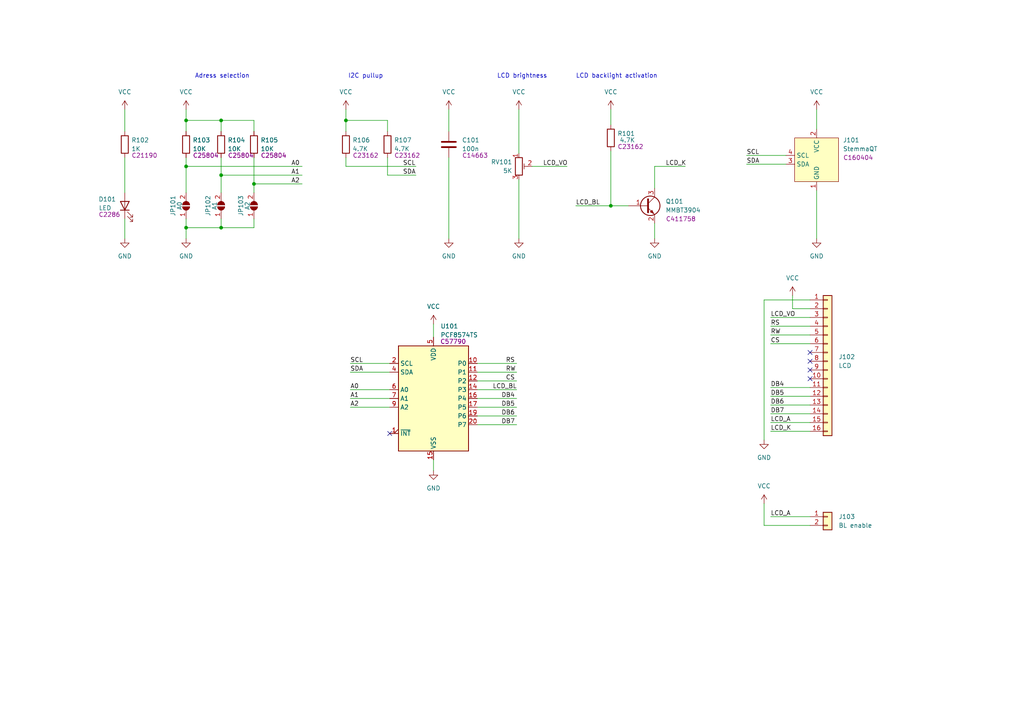
<source format=kicad_sch>
(kicad_sch (version 20211123) (generator eeschema)
  (paper "A4")
  (title_block (title "LCD Backplate with Stemma QT connector") (date "2022-12-23") (rev "1.0.0") (company "Resterampe Berlin") (comment 3 "https://creativecommons.org/licenses/by-nc/4.0") (comment 4 "License CC BY-NC 4.0"))
  (lib_symbols
    (symbol "Connector_Generic:Conn_01x02" (pin_names (offset 1.016) hide)
      (property "Reference" "J" (at 0 2.54 0))
      (property "Value" "Conn_01x02" (at 0 -5.08 0))
      (symbol "Conn_01x02_1_1"
        (rectangle (start -1.27 -2.413) (end 0 -2.667) (stroke (width 0.1524)))
        (rectangle (start -1.27 0.127) (end 0 -0.127) (stroke (width 0.1524)))
        (rectangle (start -1.27 1.27) (end 1.27 -3.81) (stroke (width 0.254)) (fill (type background)))
        (pin passive line (at -5.08 0 0) (length 3.81) (name "Pin_1") (number "1"))
        (pin passive line (at -5.08 -2.54 0) (length 3.81) (name "Pin_2") (number "2"))
      )
    )
    (symbol "Connector_Generic:Conn_01x16" (pin_names (offset 1.016) hide)
      (property "Reference" "J" (at 0 20.32 0))
      (property "Value" "Conn_01x16" (at 0 -22.86 0))
      (symbol "Conn_01x16_1_1"
        (rectangle (start -1.27 -20.193) (end 0 -20.447) (stroke (width 0.1524)))
        (rectangle (start -1.27 -17.653) (end 0 -17.907) (stroke (width 0.1524)))
        (rectangle (start -1.27 -15.113) (end 0 -15.367) (stroke (width 0.1524)))
        (rectangle (start -1.27 -12.573) (end 0 -12.827) (stroke (width 0.1524)))
        (rectangle (start -1.27 -10.033) (end 0 -10.287) (stroke (width 0.1524)))
        (rectangle (start -1.27 -7.493) (end 0 -7.747) (stroke (width 0.1524)))
        (rectangle (start -1.27 -4.953) (end 0 -5.207) (stroke (width 0.1524)))
        (rectangle (start -1.27 -2.413) (end 0 -2.667) (stroke (width 0.1524)))
        (rectangle (start -1.27 0.127) (end 0 -0.127) (stroke (width 0.1524)))
        (rectangle (start -1.27 2.667) (end 0 2.413) (stroke (width 0.1524)))
        (rectangle (start -1.27 5.207) (end 0 4.953) (stroke (width 0.1524)))
        (rectangle (start -1.27 7.747) (end 0 7.493) (stroke (width 0.1524)))
        (rectangle (start -1.27 10.287) (end 0 10.033) (stroke (width 0.1524)))
        (rectangle (start -1.27 12.827) (end 0 12.573) (stroke (width 0.1524)))
        (rectangle (start -1.27 15.367) (end 0 15.113) (stroke (width 0.1524)))
        (rectangle (start -1.27 17.907) (end 0 17.653) (stroke (width 0.1524)))
        (rectangle (start -1.27 19.05) (end 1.27 -21.59) (stroke (width 0.254)) (fill (type background)))
        (pin passive line (at -5.08 17.78 0) (length 3.81) (name "Pin_1") (number "1"))
        (pin passive line (at -5.08 -5.08 0) (length 3.81) (name "Pin_10") (number "10"))
        (pin passive line (at -5.08 -7.62 0) (length 3.81) (name "Pin_11") (number "11"))
        (pin passive line (at -5.08 -10.16 0) (length 3.81) (name "Pin_12") (number "12"))
        (pin passive line (at -5.08 -12.7 0) (length 3.81) (name "Pin_13") (number "13"))
        (pin passive line (at -5.08 -15.24 0) (length 3.81) (name "Pin_14") (number "14"))
        (pin passive line (at -5.08 -17.78 0) (length 3.81) (name "Pin_15") (number "15"))
        (pin passive line (at -5.08 -20.32 0) (length 3.81) (name "Pin_16") (number "16"))
        (pin passive line (at -5.08 15.24 0) (length 3.81) (name "Pin_2") (number "2"))
        (pin passive line (at -5.08 12.7 0) (length 3.81) (name "Pin_3") (number "3"))
        (pin passive line (at -5.08 10.16 0) (length 3.81) (name "Pin_4") (number "4"))
        (pin passive line (at -5.08 7.62 0) (length 3.81) (name "Pin_5") (number "5"))
        (pin passive line (at -5.08 5.08 0) (length 3.81) (name "Pin_6") (number "6"))
        (pin passive line (at -5.08 2.54 0) (length 3.81) (name "Pin_7") (number "7"))
        (pin passive line (at -5.08 0 0) (length 3.81) (name "Pin_8") (number "8"))
        (pin passive line (at -5.08 -2.54 0) (length 3.81) (name "Pin_9") (number "9"))
      )
    )
    (symbol "Device:C" (pin_numbers hide) (pin_names (offset 0.254))
      (property "Reference" "C" (at 0.635 2.54 0))
      (property "Value" "C" (at 0.635 -2.54 0))
      (symbol "C_0_1"
        (polyline (pts (xy -2.032 -0.762) (xy 2.032 -0.762)) (stroke (width 0.508)))
        (polyline (pts (xy -2.032 0.762) (xy 2.032 0.762)) (stroke (width 0.508)))
      )
      (symbol "C_1_1"
        (pin passive line (at 0 3.81 270) (length 2.794) (name "~") (number "1"))
        (pin passive line (at 0 -3.81 90) (length 2.794) (name "~") (number "2"))
      )
    )
    (symbol "Device:LED" (pin_numbers hide) (pin_names (offset 1.016) hide)
      (property "Reference" "D" (at 0 2.54 0))
      (property "Value" "LED" (at 0 -2.54 0))
      (symbol "LED_0_1"
        (polyline (pts (xy -1.27 -1.27) (xy -1.27 1.27)) (stroke (width 0.254)))
        (polyline (pts (xy -1.27 0) (xy 1.27 0)))
        (polyline (pts (xy 1.27 -1.27) (xy 1.27 1.27) (xy -1.27 0) (xy 1.27 -1.27)) (stroke (width 0.254)))
        (polyline (pts (xy -3.048 -0.762) (xy -4.572 -2.286) (xy -3.81 -2.286) (xy -4.572 -2.286) (xy -4.572 -1.524)))
        (polyline (pts (xy -1.778 -0.762) (xy -3.302 -2.286) (xy -2.54 -2.286) (xy -3.302 -2.286) (xy -3.302 -1.524)))
      )
      (symbol "LED_1_1"
        (pin passive line (at -3.81 0 0) (length 2.54) (name "K") (number "1"))
        (pin passive line (at 3.81 0 180) (length 2.54) (name "A") (number "2"))
      )
    )
    (symbol "Device:R" (pin_numbers hide) (pin_names (offset 0))
      (property "Reference" "R" (at 2.032 0 90))
      (property "Value" "R" (at 0 0 90))
      (symbol "R_0_1"
        (rectangle (start -1.016 -2.54) (end 1.016 2.54) (stroke (width 0.254)))
      )
      (symbol "R_1_1"
        (pin passive line (at 0 3.81 270) (length 1.27) (name "~") (number "1"))
        (pin passive line (at 0 -3.81 90) (length 1.27) (name "~") (number "2"))
      )
    )
    (symbol "Device:R_Potentiometer_Trim" (pin_names (offset 1.016) hide)
      (property "Reference" "RV" (at -4.445 0 90))
      (property "Value" "R_Potentiometer_Trim" (at -2.54 0 90))
      (symbol "R_Potentiometer_Trim_0_1"
        (polyline (pts (xy 1.524 0.762) (xy 1.524 -0.762)))
        (polyline (pts (xy 2.54 0) (xy 1.524 0)))
        (rectangle (start 1.016 2.54) (end -1.016 -2.54) (stroke (width 0.254)))
      )
      (symbol "R_Potentiometer_Trim_1_1"
        (pin passive line (at 0 3.81 270) (length 1.27) (name "1") (number "1"))
        (pin passive line (at 3.81 0 180) (length 1.27) (name "2") (number "2"))
        (pin passive line (at 0 -3.81 90) (length 1.27) (name "3") (number "3"))
      )
    )
    (symbol "Interface_Expansion:PCF8574TS"
      (property "Reference" "U" (at -8.89 16.51 0))
      (property "Value" "PCF8574TS" (at 3.81 16.51 0))
      (symbol "PCF8574TS_0_1"
        (rectangle (start -10.16 15.24) (end 10.16 -15.24) (stroke (width 0.254)) (fill (type background)))
      )
      (symbol "PCF8574TS_1_1"
        (pin open_collector output_low (at -12.7 -10.16 0) (length 2.54) (name "~{INT}") (number "1"))
        (pin bidirectional line (at 12.7 10.16 180) (length 2.54) (name "P0") (number "10"))
        (pin bidirectional line (at 12.7 7.62 180) (length 2.54) (name "P1") (number "11"))
        (pin bidirectional line (at 12.7 5.08 180) (length 2.54) (name "P2") (number "12"))
        (pin no_connect line (at -10.16 -5.08 0) (length 2.54) hide (name "NC") (number "13"))
        (pin bidirectional line (at 12.7 2.54 180) (length 2.54) (name "P3") (number "14"))
        (pin power_in line (at 0 -17.78 90) (length 2.54) (name "VSS") (number "15"))
        (pin bidirectional line (at 12.7 0 180) (length 2.54) (name "P4") (number "16"))
        (pin bidirectional line (at 12.7 -2.54 180) (length 2.54) (name "P5") (number "17"))
        (pin no_connect line (at -10.16 -7.62 0) (length 2.54) hide (name "NC") (number "18"))
        (pin bidirectional line (at 12.7 -5.08 180) (length 2.54) (name "P6") (number "19"))
        (pin input line (at -12.7 10.16 0) (length 2.54) (name "SCL") (number "2"))
        (pin bidirectional line (at 12.7 -7.62 180) (length 2.54) (name "P7") (number "20"))
        (pin no_connect line (at 10.16 -10.16 180) (length 2.54) hide (name "NC") (number "3"))
        (pin bidirectional line (at -12.7 7.62 0) (length 2.54) (name "SDA") (number "4"))
        (pin power_in line (at 0 17.78 270) (length 2.54) (name "VDD") (number "5"))
        (pin input line (at -12.7 2.54 0) (length 2.54) (name "A0") (number "6"))
        (pin input line (at -12.7 0 0) (length 2.54) (name "A1") (number "7"))
        (pin no_connect line (at 10.16 -12.7 180) (length 2.54) hide (name "NC") (number "8"))
        (pin input line (at -12.7 -2.54 0) (length 2.54) (name "A2") (number "9"))
      )
    )
    (symbol "Jumper:SolderJumper_2_Open" (pin_names (offset 0) hide)
      (property "Reference" "JP" (at 0 2.032 0))
      (property "Value" "SolderJumper_2_Open" (at 0 -2.54 0))
      (symbol "SolderJumper_2_Open_0_1"
        (arc (start -0.254 1.016) (mid -1.27 0) (end -0.254 -1.016))
        (arc (start -0.254 1.016) (mid -1.27 0) (end -0.254 -1.016) (fill (type outline)))
        (polyline (pts (xy -0.254 1.016) (xy -0.254 -1.016)))
        (polyline (pts (xy 0.254 1.016) (xy 0.254 -1.016)))
        (arc (start 0.254 -1.016) (mid 1.27 0) (end 0.254 1.016))
        (arc (start 0.254 -1.016) (mid 1.27 0) (end 0.254 1.016) (fill (type outline)))
      )
      (symbol "SolderJumper_2_Open_1_1"
        (pin passive line (at -3.81 0 0) (length 2.54) (name "A") (number "1"))
        (pin passive line (at 3.81 0 180) (length 2.54) (name "B") (number "2"))
      )
    )
    (symbol "Resterampe:StemmaQT"
      (property "Reference" "J" (at 13.97 11.43 0))
      (property "Value" "StemmaQT" (at 19.05 8.89 0))
      (property "LCSC" "C160404" (at 17.78 6.35 0))
      (symbol "StemmaQT_0_1"
        (rectangle (start 0 12.7) (end 12.7 0) (fill (type background)))
      )
      (symbol "StemmaQT_1_1"
        (pin power_in line (at 6.35 -2.54 90) (length 2.54) (name "GND") (number "1"))
        (pin power_in line (at 6.35 15.24 270) (length 2.54) (name "VCC") (number "2"))
        (pin bidirectional line (at -2.54 5.08 0) (length 2.54) (name "SDA") (number "3"))
        (pin input line (at -2.54 7.62 0) (length 2.54) (name "SCL") (number "4"))
      )
    )
    (symbol "Transistor_BJT:MMBT3904" (pin_names (offset 0) hide)
      (property "Reference" "Q" (at 5.08 1.905 0))
      (property "Value" "MMBT3904" (at 5.08 0 0))
      (symbol "MMBT3904_0_1"
        (polyline (pts (xy 0.635 0.635) (xy 2.54 2.54)))
        (polyline (pts (xy 0.635 -0.635) (xy 2.54 -2.54) (xy 2.54 -2.54)))
        (polyline (pts (xy 0.635 1.905) (xy 0.635 -1.905) (xy 0.635 -1.905)) (stroke (width 0.508)))
        (polyline (pts (xy 1.27 -1.778) (xy 1.778 -1.27) (xy 2.286 -2.286) (xy 1.27 -1.778) (xy 1.27 -1.778)) (fill (type outline)))
        (circle (center 1.27 0) (radius 2.8194) (stroke (width 0.254)))
      )
      (symbol "MMBT3904_1_1"
        (pin input line (at -5.08 0 0) (length 5.715) (name "B") (number "1"))
        (pin passive line (at 2.54 -5.08 90) (length 2.54) (name "E") (number "2"))
        (pin passive line (at 2.54 5.08 270) (length 2.54) (name "C") (number "3"))
      )
    )
    (symbol "power:GND" (power) (pin_names (offset 0))
      (property "Value" "GND" (at 0 -3.81 0))
      (symbol "GND_0_1"
        (polyline (pts (xy 0 0) (xy 0 -1.27) (xy 1.27 -1.27) (xy 0 -2.54) (xy -1.27 -1.27) (xy 0 -1.27)))
      )
      (symbol "GND_1_1"
        (pin power_in line (at 0 0 270) (length 0) hide (name "GND") (number "1"))
      )
    )
    (symbol "power:VCC" (power) (pin_names (offset 0))
      (property "Value" "VCC" (at 0 3.81 0))
      (symbol "VCC_0_1"
        (polyline (pts (xy -0.762 1.27) (xy 0 2.54)))
        (polyline (pts (xy 0 0) (xy 0 2.54)))
        (polyline (pts (xy 0 2.54) (xy 0.762 1.27)))
      )
      (symbol "VCC_1_1"
        (pin power_in line (at 0 0 90) (length 0) hide (name "VCC") (number "1"))
      )
    )
  )
  (junction (at 100.33 34.925))
  (junction (at 53.975 34.925))
  (junction (at 53.975 48.26))
  (junction (at 73.66 53.34))
  (junction (at 64.135 50.8))
  (junction (at 64.135 34.925))
  (junction (at 177.165 59.69))
  (junction (at 53.975 66.04))
  (junction (at 64.135 66.04))
  (no_connect (at 234.95 102.235))
  (no_connect (at 234.95 107.315))
  (no_connect (at 234.95 109.855))
  (no_connect (at 234.95 104.775))
  (no_connect (at 113.03 125.73))
  (wire (pts (xy 216.535 45.085) (xy 227.965 45.085)))
  (wire (pts (xy 112.395 50.8) (xy 120.65 50.8)))
  (wire (pts (xy 223.52 114.935) (xy 234.95 114.935)))
  (wire (pts (xy 53.975 34.925) (xy 53.975 38.1)))
  (wire (pts (xy 234.95 86.995) (xy 221.615 86.995)))
  (wire (pts (xy 229.87 89.535) (xy 229.87 85.725)))
  (wire (pts (xy 177.165 43.815) (xy 177.165 59.69)))
  (wire (pts (xy 221.615 86.995) (xy 221.615 127.635)))
  (wire (pts (xy 100.33 45.72) (xy 100.33 48.26)))
  (wire (pts (xy 223.52 112.395) (xy 234.95 112.395)))
  (wire (pts (xy 138.43 105.41) (xy 149.86 105.41)))
  (wire (pts (xy 73.66 38.1) (xy 73.66 34.925)))
  (wire (pts (xy 64.135 50.8) (xy 87.63 50.8)))
  (wire (pts (xy 53.975 63.5) (xy 53.975 66.04)))
  (wire (pts (xy 167.005 59.69) (xy 177.165 59.69)))
  (wire (pts (xy 53.975 31.75) (xy 53.975 34.925)))
  (wire (pts (xy 64.135 38.1) (xy 64.135 34.925)))
  (wire (pts (xy 189.865 48.26) (xy 198.755 48.26)))
  (wire (pts (xy 73.66 34.925) (xy 64.135 34.925)))
  (wire (pts (xy 130.175 31.75) (xy 130.175 38.1)))
  (wire (pts (xy 177.165 59.69) (xy 182.245 59.69)))
  (wire (pts (xy 223.52 122.555) (xy 234.95 122.555)))
  (wire (pts (xy 216.535 47.625) (xy 227.965 47.625)))
  (wire (pts (xy 223.52 117.475) (xy 234.95 117.475)))
  (wire (pts (xy 150.495 52.07) (xy 150.495 69.215)))
  (wire (pts (xy 236.855 31.75) (xy 236.855 37.465)))
  (wire (pts (xy 223.52 120.015) (xy 234.95 120.015)))
  (wire (pts (xy 64.135 50.8) (xy 64.135 55.88)))
  (wire (pts (xy 112.395 38.1) (xy 112.395 34.925)))
  (wire (pts (xy 138.43 118.11) (xy 149.86 118.11)))
  (wire (pts (xy 223.52 92.075) (xy 234.95 92.075)))
  (wire (pts (xy 100.33 34.925) (xy 100.33 38.1)))
  (wire (pts (xy 138.43 110.49) (xy 149.86 110.49)))
  (wire (pts (xy 125.73 93.98) (xy 125.73 97.79)))
  (wire (pts (xy 221.615 152.4) (xy 234.95 152.4)))
  (wire (pts (xy 53.975 45.72) (xy 53.975 48.26)))
  (wire (pts (xy 64.135 66.04) (xy 53.975 66.04)))
  (wire (pts (xy 138.43 123.19) (xy 149.86 123.19)))
  (wire (pts (xy 138.43 120.65) (xy 149.86 120.65)))
  (wire (pts (xy 223.52 97.155) (xy 234.95 97.155)))
  (wire (pts (xy 150.495 31.75) (xy 150.495 44.45)))
  (wire (pts (xy 223.52 149.86) (xy 234.95 149.86)))
  (wire (pts (xy 138.43 113.03) (xy 149.86 113.03)))
  (wire (pts (xy 234.95 89.535) (xy 229.87 89.535)))
  (wire (pts (xy 100.33 31.75) (xy 100.33 34.925)))
  (wire (pts (xy 64.135 34.925) (xy 53.975 34.925)))
  (wire (pts (xy 223.52 99.695) (xy 234.95 99.695)))
  (wire (pts (xy 189.865 48.26) (xy 189.865 54.61)))
  (wire (pts (xy 73.66 63.5) (xy 73.66 66.04)))
  (wire (pts (xy 36.195 45.72) (xy 36.195 55.88)))
  (wire (pts (xy 221.615 146.05) (xy 221.615 152.4)))
  (wire (pts (xy 101.6 105.41) (xy 113.03 105.41)))
  (wire (pts (xy 53.975 48.26) (xy 53.975 55.88)))
  (wire (pts (xy 101.6 118.11) (xy 113.03 118.11)))
  (wire (pts (xy 101.6 107.95) (xy 113.03 107.95)))
  (wire (pts (xy 223.52 125.095) (xy 234.95 125.095)))
  (wire (pts (xy 112.395 45.72) (xy 112.395 50.8)))
  (wire (pts (xy 223.52 94.615) (xy 234.95 94.615)))
  (wire (pts (xy 36.195 31.75) (xy 36.195 38.1)))
  (wire (pts (xy 53.975 66.04) (xy 53.975 69.215)))
  (wire (pts (xy 73.66 66.04) (xy 64.135 66.04)))
  (wire (pts (xy 101.6 113.03) (xy 113.03 113.03)))
  (wire (pts (xy 236.855 55.245) (xy 236.855 69.215)))
  (wire (pts (xy 130.175 45.72) (xy 130.175 69.215)))
  (wire (pts (xy 101.6 115.57) (xy 113.03 115.57)))
  (wire (pts (xy 138.43 115.57) (xy 149.86 115.57)))
  (wire (pts (xy 36.195 63.5) (xy 36.195 69.215)))
  (wire (pts (xy 154.305 48.26) (xy 164.465 48.26)))
  (wire (pts (xy 177.165 31.75) (xy 177.165 36.195)))
  (wire (pts (xy 125.73 133.35) (xy 125.73 136.525)))
  (wire (pts (xy 189.865 64.77) (xy 189.865 69.215)))
  (wire (pts (xy 53.975 48.26) (xy 87.63 48.26)))
  (wire (pts (xy 64.135 45.72) (xy 64.135 50.8)))
  (wire (pts (xy 138.43 107.95) (xy 149.86 107.95)))
  (wire (pts (xy 73.66 53.34) (xy 73.66 55.88)))
  (wire (pts (xy 112.395 34.925) (xy 100.33 34.925)))
  (wire (pts (xy 73.66 53.34) (xy 87.63 53.34)))
  (wire (pts (xy 73.66 45.72) (xy 73.66 53.34)))
  (wire (pts (xy 100.33 48.26) (xy 120.65 48.26)))
  (wire (pts (xy 64.135 63.5) (xy 64.135 66.04)))
  (text "Adress selection\n" (at 56.515 22.86 0) (effects (font (size 1.27 1.27)) (justify left bottom)))
  (text "LCD brightness" (at 144.145 22.86 0) (effects (font (size 1.27 1.27)) (justify left bottom)))
  (text "LCD backlight activation" (at 167.005 22.86 0) (effects (font (size 1.27 1.27)) (justify left bottom)))
  (text "I2C pullup" (at 100.965 22.86 0) (effects (font (size 1.27 1.27)) (justify left bottom)))
  (label "SCL" (at 116.84 48.26 0))
  (label "RW" (at 223.52 97.155 0))
  (label "DB5" (at 145.415 118.11 0))
  (label "DB7" (at 145.415 123.19 0))
  (label "CS" (at 146.685 110.49 0))
  (label "LCD_VO" (at 157.48 48.26 0))
  (label "RS" (at 223.52 94.615 0))
  (label "A1" (at 101.6 115.57 0))
  (label "RW" (at 146.685 107.95 0))
  (label "LCD_VO" (at 223.52 92.075 0))
  (label "DB6" (at 145.415 120.65 0))
  (label "RS" (at 146.685 105.41 0))
  (label "DB5" (at 223.52 114.935 0))
  (label "A2" (at 84.455 53.34 0))
  (label "A0" (at 101.6 113.03 0))
  (label "A0" (at 84.455 48.26 0))
  (label "A2" (at 101.6 118.11 0))
  (label "SCL" (at 101.6 105.41 0))
  (label "DB4" (at 145.415 115.57 0))
  (label "SCL" (at 216.535 45.085 0))
  (label "SDA" (at 101.6 107.95 0))
  (label "LCD_K" (at 193.04 48.26 0))
  (label "DB4" (at 223.52 112.395 0))
  (label "CS" (at 223.52 99.695 0))
  (label "LCD_A" (at 223.52 149.86 0))
  (label "DB6" (at 223.52 117.475 0))
  (label "LCD_A" (at 223.52 122.555 0))
  (label "SDA" (at 116.84 50.8 0))
  (label "DB7" (at 223.52 120.015 0))
  (label "A1" (at 84.455 50.8 0))
  (label "SDA" (at 216.535 47.625 0))
  (label "LCD_BL" (at 142.875 113.03 0))
  (label "LCD_BL" (at 167.005 59.69 0))
  (label "LCD_K" (at 223.52 125.095 0))
  (symbol (lib_id "Device:R") (at 73.66 41.91 0) (unit 1)
    (property "Reference" "R105" (at 75.565 40.6399 0) (effects (justify left)))
    (property "Value" "10K" (at 75.565 43.1799 0) (effects (justify left)))
    (property "Footprint" "Resistor_SMD:R_0603_1608Metric_Pad0.98x0.95mm_HandSolder" (effects hide))
    (property "LCSC" "C25804" (at 79.375 45.085 0))
  )
  (symbol (lib_id "Connector_Generic:Conn_01x16") (at 240.03 104.775 0) (unit 1)
    (property "Reference" "J102" (at 243.205 103.5049 0) (effects (justify left)))
    (property "Value" "LCD " (at 243.205 106.0449 0) (effects (justify left)))
    (property "Footprint" "Connector_PinHeader_2.54mm:PinHeader_1x16_P2.54mm_Vertical" (effects hide))
  )
  (symbol (lib_id "Interface_Expansion:PCF8574TS") (at 125.73 115.57 0) (unit 1)
    (property "Reference" "U101" (at 127.7494 94.615 0) (effects (justify left)))
    (property "Value" "PCF8574TS" (at 127.7494 97.155 0) (effects (justify left)))
    (property "Footprint" "Package_SO:SSOP-20_4.4x6.5mm_P0.65mm" (effects hide))
    (property "Datasheet" "http://www.nxp.com/documents/data_sheet/PCF8574_PCF8574A.pdf" (effects hide))
    (property "LCSC" "C57790" (at 131.445 99.06 0))
  )
  (symbol (lib_id "power:GND") (at 36.195 69.215 0) (unit 1)
    (property "Reference" "#PWR0109" (effects hide))
    (property "Value" "GND" (at 36.195 74.295 0))
  )
  (symbol (lib_id "power:GND") (at 130.175 69.215 0) (unit 1)
    (property "Reference" "#PWR0112" (effects hide))
    (property "Value" "GND" (at 130.175 74.295 0))
  )
  (symbol (lib_id "power:VCC") (at 53.975 31.75 0) (unit 1)
    (property "Reference" "#PWR0102" (effects hide))
    (property "Value" "VCC" (at 53.975 26.67 0))
  )
  (symbol (lib_id "Device:R_Potentiometer_Trim") (at 150.495 48.26 0) (unit 1)
    (property "Reference" "RV101" (at 148.59 46.9899 0) (effects (justify right)))
    (property "Value" "5K" (at 148.59 49.5299 0) (effects (justify right)))
    (property "Footprint" "Potentiometer_THT:Potentiometer_Bourns_3386F_Vertical" (effects hide))
  )
  (symbol (lib_id "power:GND") (at 53.975 69.215 0) (unit 1)
    (property "Reference" "#PWR0110" (effects hide))
    (property "Value" "GND" (at 53.975 74.295 0))
  )
  (symbol (lib_id "Device:R") (at 64.135 41.91 0) (unit 1)
    (property "Reference" "R104" (at 66.04 40.6399 0) (effects (justify left)))
    (property "Value" "10K" (at 66.04 43.1799 0) (effects (justify left)))
    (property "Footprint" "Resistor_SMD:R_0603_1608Metric_Pad0.98x0.95mm_HandSolder" (effects hide))
    (property "LCSC" "C25804" (at 69.85 45.085 0))
  )
  (symbol (lib_id "power:VCC") (at 150.495 31.75 0) (unit 1)
    (property "Reference" "#PWR0105" (effects hide))
    (property "Value" "VCC" (at 150.495 26.67 0))
  )
  (symbol (lib_id "Device:R") (at 100.33 41.91 0) (unit 1)
    (property "Reference" "R106" (at 102.235 40.6399 0) (effects (justify left)))
    (property "Value" "4.7K" (at 102.235 43.1799 0) (effects (justify left)))
    (property "Footprint" "Resistor_SMD:R_0603_1608Metric_Pad0.98x0.95mm_HandSolder" (effects hide))
    (property "LCSC" "C23162" (at 106.045 45.085 0))
  )
  (symbol (lib_id "Device:R") (at 36.195 41.91 0) (unit 1)
    (property "Reference" "R102" (at 38.1 40.6399 0) (effects (justify left)))
    (property "Value" "1K" (at 38.1 43.1799 0) (effects (justify left)))
    (property "Footprint" "Resistor_SMD:R_0603_1608Metric_Pad0.98x0.95mm_HandSolder" (effects hide))
    (property "LCSC" "C21190" (at 41.91 45.085 0))
  )
  (symbol (lib_id "power:VCC") (at 229.87 85.725 0) (unit 1)
    (property "Reference" "#PWR0115" (effects hide))
    (property "Value" "VCC" (at 229.87 80.645 0))
  )
  (symbol (lib_id "Transistor_BJT:MMBT3904") (at 187.325 59.69 0) (unit 1)
    (property "Reference" "Q101" (at 193.04 58.4199 0) (effects (justify left)))
    (property "Value" "MMBT3904" (at 193.04 60.9599 0) (effects (justify left)))
    (property "Footprint" "Package_TO_SOT_SMD:SOT-23" (effects hide))
    (property "Datasheet" "https://www.onsemi.com/pub/Collateral/2N3903-D.PDF" (effects hide))
    (property "LCSC" "C411758" (at 197.485 63.5 0))
  )
  (symbol (lib_id "power:VCC") (at 236.855 31.75 0) (unit 1)
    (property "Reference" "#PWR0107" (effects hide))
    (property "Value" "VCC" (at 236.855 26.67 0))
  )
  (symbol (lib_id "Resterampe:StemmaQT") (at 230.505 52.705 0) (unit 1)
    (property "Reference" "J101" (at 244.475 40.64 0) (effects (justify left)))
    (property "Value" "StemmaQT" (at 244.475 43.18 0) (effects (justify left)))
    (property "Footprint" "Connector_JST:JST_SH_SM04B-SRSS-TB_1x04-1MP_P1.00mm_Horizontal" (effects hide))
    (property "Datasheet" "https://learn.adafruit.com/introducing-adafruit-stemma-qt/technical-specs" (effects hide))
    (property "LCSC" "C160404" (at 248.92 45.72 0))
  )
  (symbol (lib_id "power:VCC") (at 125.73 93.98 0) (unit 1)
    (property "Reference" "#PWR0116" (effects hide))
    (property "Value" "VCC" (at 125.73 88.9 0))
  )
  (symbol (lib_id "power:GND") (at 125.73 136.525 0) (unit 1)
    (property "Reference" "#PWR0119" (effects hide))
    (property "Value" "GND" (at 125.73 141.605 0))
  )
  (symbol (lib_id "Jumper:SolderJumper_2_Open") (at 64.135 59.69 90) (unit 1)
    (property "Reference" "JP102" (at 60.325 59.69 0))
    (property "Value" "A1" (at 62.23 59.69 0))
    (property "Footprint" "Jumper:SolderJumper-2_P1.3mm_Open_TrianglePad1.0x1.5mm" (effects hide))
  )
  (symbol (lib_id "power:VCC") (at 100.33 31.75 0) (unit 1)
    (property "Reference" "#PWR0103" (effects hide))
    (property "Value" "VCC" (at 100.33 26.67 0))
  )
  (symbol (lib_id "power:GND") (at 221.615 127.635 0) (unit 1)
    (property "Reference" "#PWR0117" (effects hide))
    (property "Value" "GND" (at 221.615 132.715 0))
  )
  (symbol (lib_id "power:GND") (at 236.855 69.215 0) (unit 1)
    (property "Reference" "#PWR0108" (effects hide))
    (property "Value" "GND" (at 236.855 74.295 0))
  )
  (symbol (lib_id "power:VCC") (at 36.195 31.75 0) (unit 1)
    (property "Reference" "#PWR0101" (effects hide))
    (property "Value" "VCC" (at 36.195 26.67 0))
  )
  (symbol (lib_id "power:VCC") (at 177.165 31.75 0) (unit 1)
    (property "Reference" "#PWR0106" (effects hide))
    (property "Value" "VCC" (at 177.165 26.67 0))
  )
  (symbol (lib_id "Connector_Generic:Conn_01x02") (at 240.03 149.86 0) (unit 1)
    (property "Reference" "J103" (at 243.205 149.8599 0) (effects (justify left)))
    (property "Value" "BL enable" (at 243.205 152.3999 0) (effects (justify left)))
    (property "Footprint" "Connector_PinHeader_2.54mm:PinHeader_1x02_P2.54mm_Horizontal" (effects hide))
  )
  (symbol (lib_id "power:VCC") (at 130.175 31.75 0) (unit 1)
    (property "Reference" "#PWR0104" (effects hide))
    (property "Value" "VCC" (at 130.175 26.67 0))
  )
  (symbol (lib_id "Device:R") (at 112.395 41.91 0) (unit 1)
    (property "Reference" "R107" (at 114.3 40.6399 0) (effects (justify left)))
    (property "Value" "4.7K" (at 114.3 43.1799 0) (effects (justify left)))
    (property "Footprint" "Resistor_SMD:R_0603_1608Metric_Pad0.98x0.95mm_HandSolder" (effects hide))
    (property "LCSC" "C23162" (at 118.11 45.085 0))
  )
  (symbol (lib_id "Device:R") (at 53.975 41.91 0) (unit 1)
    (property "Reference" "R103" (at 55.88 40.6399 0) (effects (justify left)))
    (property "Value" "10K" (at 55.88 43.1799 0) (effects (justify left)))
    (property "Footprint" "Resistor_SMD:R_0603_1608Metric_Pad0.98x0.95mm_HandSolder" (effects hide))
    (property "LCSC" "C25804" (at 59.69 45.085 0))
  )
  (symbol (lib_id "power:GND") (at 189.865 69.215 0) (unit 1)
    (property "Reference" "#PWR0114" (effects hide))
    (property "Value" "GND" (at 189.865 74.295 0))
  )
  (symbol (lib_id "power:GND") (at 150.495 69.215 0) (unit 1)
    (property "Reference" "#PWR0113" (effects hide))
    (property "Value" "GND" (at 150.495 74.295 0))
  )
  (symbol (lib_id "power:VCC") (at 221.615 146.05 0) (unit 1)
    (property "Reference" "#PWR0118" (effects hide))
    (property "Value" "VCC" (at 221.615 140.97 0))
  )
  (symbol (lib_id "Jumper:SolderJumper_2_Open") (at 73.66 59.69 90) (unit 1)
    (property "Reference" "JP103" (at 69.85 59.69 0))
    (property "Value" "A2" (at 71.755 59.69 0))
    (property "Footprint" "Jumper:SolderJumper-2_P1.3mm_Open_TrianglePad1.0x1.5mm" (effects hide))
  )
  (symbol (lib_id "Device:R") (at 177.165 40.005 0) (unit 1)
    (property "Reference" "R101" (at 179.07 38.7349 0) (effects (justify left)))
    (property "Value" "4.7K" (at 179.705 40.64 0) (effects (justify left)))
    (property "Footprint" "Resistor_SMD:R_0603_1608Metric_Pad0.98x0.95mm_HandSolder" (effects hide))
    (property "LCSC" "C23162" (at 182.88 42.545 0))
  )
  (symbol (lib_id "Device:LED") (at 36.195 59.69 90) (unit 1)
    (property "Reference" "D101" (at 31.115 57.785 90))
    (property "Value" "LED" (at 30.48 60.325 90))
    (property "Footprint" "LED_SMD:LED_0603_1608Metric_Pad1.05x0.95mm_HandSolder" (effects hide))
    (property "LCSC" "C2286" (at 31.75 62.23 90))
  )
  (symbol (lib_id "Device:C") (at 130.175 41.91 0) (unit 1)
    (property "Reference" "C101" (at 133.985 40.6399 0) (effects (justify left)))
    (property "Value" "100n" (at 133.985 43.1799 0) (effects (justify left)))
    (property "Footprint" "Capacitor_SMD:C_0603_1608Metric_Pad1.08x0.95mm_HandSolder" (effects hide))
    (property "LCSC" "C14663" (at 137.795 45.085 0))
  )
  (symbol (lib_id "Jumper:SolderJumper_2_Open") (at 53.975 59.69 90) (unit 1)
    (property "Reference" "JP101" (at 50.165 59.69 0))
    (property "Value" "A0" (at 52.07 59.69 0))
    (property "Footprint" "Jumper:SolderJumper-2_P1.3mm_Open_TrianglePad1.0x1.5mm" (effects hide))
  )
)
</source>
